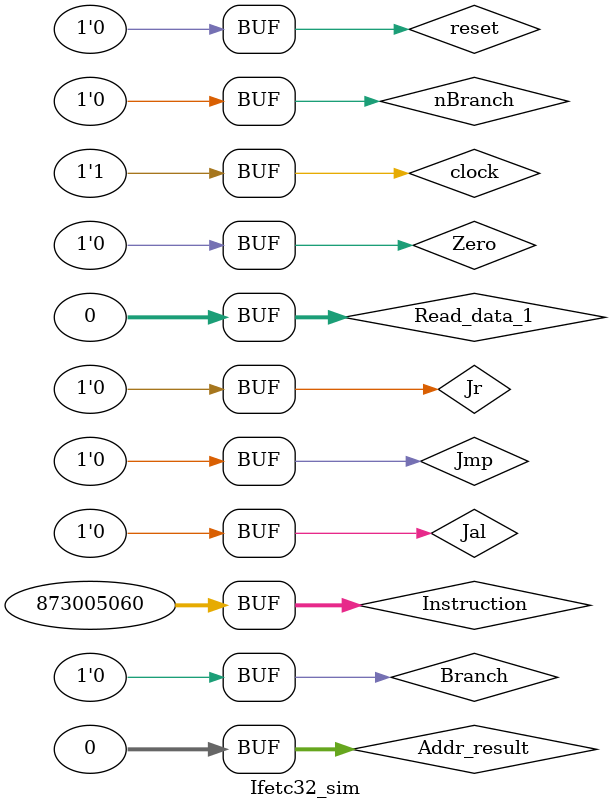
<source format=v>
`timescale 1ns / 1ps

module Ifetc32_sim();

reg[31:0] Addr_result;
reg[31:0] Read_data_1;
reg Branch;
reg nBranch;            
reg Jmp;                
reg Jal;                
reg Jr;
reg Zero;
reg clock,reset;  
reg[31:0] Instruction;		
wire[31:0] branch_base_addr;  
wire[31:0] link_addr; 

Ifetc32 ifetc(Instruction,branch_base_addr,Addr_result,Read_data_1,Branch,nBranch,Jmp,Jal,Jr,Zero,clock,reset,link_addr);

initial begin
    clock = 1'b0;
    reset = 1'b0;
    Branch = 1'b0;
    nBranch = 1'b0;
    Jmp = 1'b0;
    Jal = 1'b0;
    Jr = 1'b0;
    Zero = 1'b0;
    Addr_result = 32'b0;
    Read_data_1 = 32'b0;
    Instruction = 872939524;

    #500 clock = ~clock;
    Instruction = 873005060;

end


endmodule

</source>
